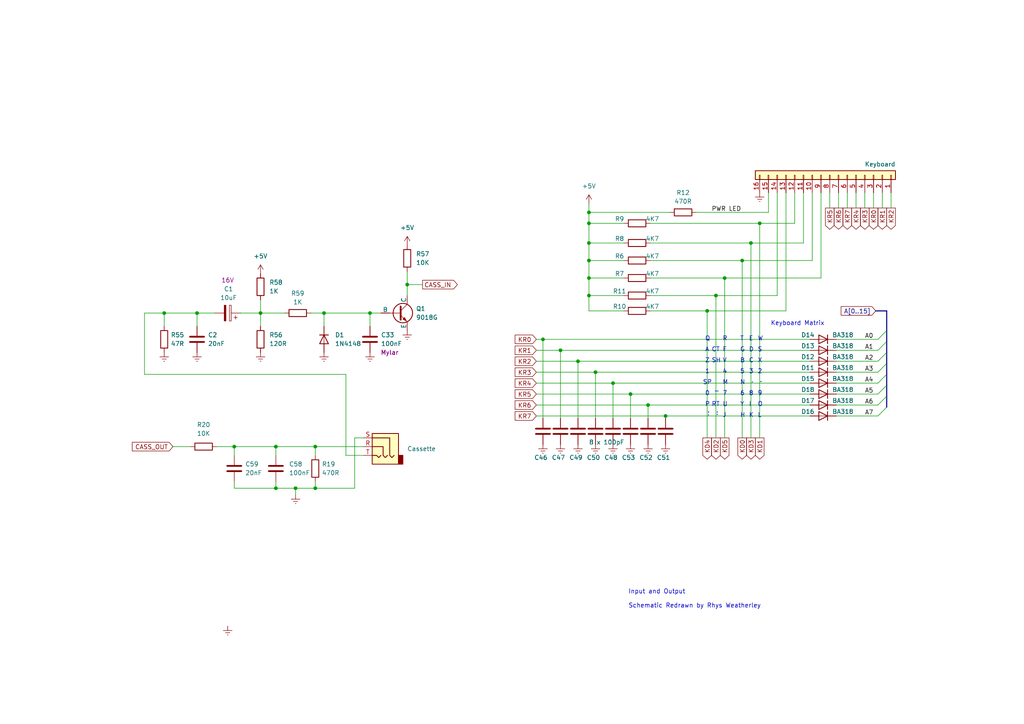
<source format=kicad_sch>
(kicad_sch (version 20230121) (generator eeschema)
  (paper "A4")
  (title_block (title "VZ300 Computer") (date "1985") (rev "1"))
  (lib_symbols
    (symbol "Connector_Audio:AudioJack3"
      (property "Reference" "J" (at 0 8.89 0))
      (property "Value" "AudioJack3" (at 0 6.35 0))
      (symbol "AudioJack3_0_1"
        (rectangle (start -5.08 -5.08) (end -6.35 -2.54) (stroke (width 0.254)) (fill (type outline)))
        (polyline (pts (xy 0 -2.54) (xy 0.635 -3.175) (xy 1.27 -2.54) (xy 2.54 -2.54)) (stroke (width 0.254)))
        (polyline (pts (xy -1.905 -2.54) (xy -1.27 -3.175) (xy -0.635 -2.54) (xy -0.635 0) (xy 2.54 0)) (stroke (width 0.254)))
        (polyline (pts (xy 2.54 2.54) (xy -2.54 2.54) (xy -2.54 -2.54) (xy -3.175 -3.175) (xy -3.81 -2.54)) (stroke (width 0.254)))
        (rectangle (start 2.54 3.81) (end -5.08 -5.08) (stroke (width 0.254)) (fill (type background)))
      )
      (symbol "AudioJack3_1_1"
        (pin passive line (at 5.08 0 180) (length 2.54) (name "~") (number "R"))
        (pin passive line (at 5.08 2.54 180) (length 2.54) (name "~") (number "S"))
        (pin passive line (at 5.08 -2.54 180) (length 2.54) (name "~") (number "T"))
      )
    )
    (symbol "Connector_Generic:Conn_01x16" (pin_names (offset 1.016) hide)
      (property "Reference" "J" (at 0 20.32 0))
      (property "Value" "Conn_01x16" (at 0 -22.86 0))
      (symbol "Conn_01x16_1_1"
        (rectangle (start -1.27 -20.193) (end 0 -20.447) (stroke (width 0.1524)))
        (rectangle (start -1.27 -17.653) (end 0 -17.907) (stroke (width 0.1524)))
        (rectangle (start -1.27 -15.113) (end 0 -15.367) (stroke (width 0.1524)))
        (rectangle (start -1.27 -12.573) (end 0 -12.827) (stroke (width 0.1524)))
        (rectangle (start -1.27 -10.033) (end 0 -10.287) (stroke (width 0.1524)))
        (rectangle (start -1.27 -7.493) (end 0 -7.747) (stroke (width 0.1524)))
        (rectangle (start -1.27 -4.953) (end 0 -5.207) (stroke (width 0.1524)))
        (rectangle (start -1.27 -2.413) (end 0 -2.667) (stroke (width 0.1524)))
        (rectangle (start -1.27 0.127) (end 0 -0.127) (stroke (width 0.1524)))
        (rectangle (start -1.27 2.667) (end 0 2.413) (stroke (width 0.1524)))
        (rectangle (start -1.27 5.207) (end 0 4.953) (stroke (width 0.1524)))
        (rectangle (start -1.27 7.747) (end 0 7.493) (stroke (width 0.1524)))
        (rectangle (start -1.27 10.287) (end 0 10.033) (stroke (width 0.1524)))
        (rectangle (start -1.27 12.827) (end 0 12.573) (stroke (width 0.1524)))
        (rectangle (start -1.27 15.367) (end 0 15.113) (stroke (width 0.1524)))
        (rectangle (start -1.27 17.907) (end 0 17.653) (stroke (width 0.1524)))
        (rectangle (start -1.27 19.05) (end 1.27 -21.59) (stroke (width 0.254)) (fill (type background)))
        (pin passive line (at -5.08 17.78 0) (length 3.81) (name "Pin_1") (number "1"))
        (pin passive line (at -5.08 -5.08 0) (length 3.81) (name "Pin_10") (number "10"))
        (pin passive line (at -5.08 -7.62 0) (length 3.81) (name "Pin_11") (number "11"))
        (pin passive line (at -5.08 -10.16 0) (length 3.81) (name "Pin_12") (number "12"))
        (pin passive line (at -5.08 -12.7 0) (length 3.81) (name "Pin_13") (number "13"))
        (pin passive line (at -5.08 -15.24 0) (length 3.81) (name "Pin_14") (number "14"))
        (pin passive line (at -5.08 -17.78 0) (length 3.81) (name "Pin_15") (number "15"))
        (pin passive line (at -5.08 -20.32 0) (length 3.81) (name "Pin_16") (number "16"))
        (pin passive line (at -5.08 15.24 0) (length 3.81) (name "Pin_2") (number "2"))
        (pin passive line (at -5.08 12.7 0) (length 3.81) (name "Pin_3") (number "3"))
        (pin passive line (at -5.08 10.16 0) (length 3.81) (name "Pin_4") (number "4"))
        (pin passive line (at -5.08 7.62 0) (length 3.81) (name "Pin_5") (number "5"))
        (pin passive line (at -5.08 5.08 0) (length 3.81) (name "Pin_6") (number "6"))
        (pin passive line (at -5.08 2.54 0) (length 3.81) (name "Pin_7") (number "7"))
        (pin passive line (at -5.08 0 0) (length 3.81) (name "Pin_8") (number "8"))
        (pin passive line (at -5.08 -2.54 0) (length 3.81) (name "Pin_9") (number "9"))
      )
    )
    (symbol "Device:C" (pin_numbers hide) (pin_names (offset 0.254))
      (property "Reference" "C" (at 0.635 2.54 0))
      (property "Value" "C" (at 0.635 -2.54 0))
      (symbol "C_0_1"
        (polyline (pts (xy -2.032 -0.762) (xy 2.032 -0.762)) (stroke (width 0.508)))
        (polyline (pts (xy -2.032 0.762) (xy 2.032 0.762)) (stroke (width 0.508)))
      )
      (symbol "C_1_1"
        (pin passive line (at 0 3.81 270) (length 2.794) (name "~") (number "1"))
        (pin passive line (at 0 -3.81 90) (length 2.794) (name "~") (number "2"))
      )
    )
    (symbol "Device:C_Polarized" (pin_numbers hide) (pin_names (offset 0.254))
      (property "Reference" "C" (at 0.635 2.54 0))
      (property "Value" "C_Polarized" (at 0.635 -2.54 0))
      (symbol "C_Polarized_0_1"
        (rectangle (start -2.286 0.508) (end 2.286 1.016))
        (polyline (pts (xy -1.778 2.286) (xy -0.762 2.286)))
        (polyline (pts (xy -1.27 2.794) (xy -1.27 1.778)))
        (rectangle (start 2.286 -0.508) (end -2.286 -1.016) (fill (type outline)))
      )
      (symbol "C_Polarized_1_1"
        (pin passive line (at 0 3.81 270) (length 2.794) (name "~") (number "1"))
        (pin passive line (at 0 -3.81 90) (length 2.794) (name "~") (number "2"))
      )
    )
    (symbol "Device:R" (pin_numbers hide) (pin_names (offset 0))
      (property "Reference" "R" (at 2.032 0 90))
      (property "Value" "R" (at 0 0 90))
      (symbol "R_0_1"
        (rectangle (start -1.016 -2.54) (end 1.016 2.54) (stroke (width 0.254)))
      )
      (symbol "R_1_1"
        (pin passive line (at 0 3.81 270) (length 1.27) (name "~") (number "1"))
        (pin passive line (at 0 -3.81 90) (length 1.27) (name "~") (number "2"))
      )
    )
    (symbol "Diode:1N4148" (pin_numbers hide) (pin_names hide)
      (property "Reference" "D" (at 0 2.54 0))
      (property "Value" "1N4148" (at 0 -2.54 0))
      (symbol "1N4148_0_1"
        (polyline (pts (xy -1.27 1.27) (xy -1.27 -1.27)) (stroke (width 0.254)))
        (polyline (pts (xy 1.27 0) (xy -1.27 0)))
        (polyline (pts (xy 1.27 1.27) (xy 1.27 -1.27) (xy -1.27 0) (xy 1.27 1.27)) (stroke (width 0.254)))
      )
      (symbol "1N4148_1_1"
        (pin passive line (at -3.81 0 0) (length 2.54) (name "K") (number "1"))
        (pin passive line (at 3.81 0 180) (length 2.54) (name "A") (number "2"))
      )
    )
    (symbol "Simulation_SPICE:NPN" (pin_numbers hide) (pin_names (offset 0))
      (property "Reference" "Q" (at -2.54 7.62 0))
      (property "Value" "NPN" (at -2.54 5.08 0))
      (symbol "NPN_0_1"
        (polyline (pts (xy -2.54 0) (xy 0.635 0)) (stroke (width 0.1524)))
        (polyline (pts (xy 0.635 0.635) (xy 2.54 2.54)))
        (polyline (pts (xy 2.794 -1.27) (xy 2.794 -1.27)) (stroke (width 0.1524)))
        (polyline (pts (xy 2.794 -1.27) (xy 2.794 -1.27)) (stroke (width 0.1524)))
        (polyline (pts (xy 0.635 -0.635) (xy 2.54 -2.54) (xy 2.54 -2.54)))
        (polyline (pts (xy 0.635 1.905) (xy 0.635 -1.905) (xy 0.635 -1.905)) (stroke (width 0.508)))
        (polyline (pts (xy 1.27 -1.778) (xy 1.778 -1.27) (xy 2.286 -2.286) (xy 1.27 -1.778) (xy 1.27 -1.778)) (fill (type outline)))
        (circle (center 1.27 0) (radius 2.8194) (stroke (width 0.254)))
      )
      (symbol "NPN_1_1"
        (pin open_collector line (at 2.54 5.08 270) (length 2.54) (name "C") (number "1"))
        (pin input line (at -5.08 0 0) (length 2.54) (name "B") (number "2"))
        (pin open_emitter line (at 2.54 -5.08 90) (length 2.54) (name "E") (number "3"))
      )
    )
    (symbol "power:+5V" (power) (pin_names (offset 0))
      (property "Value" "+5V" (at 0 3.556 0))
      (symbol "+5V_0_1"
        (polyline (pts (xy -0.762 1.27) (xy 0 2.54)))
        (polyline (pts (xy 0 0) (xy 0 2.54)))
        (polyline (pts (xy 0 2.54) (xy 0.762 1.27)))
      )
      (symbol "+5V_1_1"
        (pin power_in line (at 0 0 90) (length 0) hide (name "+5V") (number "1"))
      )
    )
    (symbol "power:Earth" (power) (pin_names (offset 0))
      (symbol "Earth_0_1"
        (polyline (pts (xy -0.635 -1.905) (xy 0.635 -1.905)))
        (polyline (pts (xy -0.127 -2.54) (xy 0.127 -2.54)))
        (polyline (pts (xy 0 -1.27) (xy 0 0)))
        (polyline (pts (xy 1.27 -1.27) (xy -1.27 -1.27)))
      )
      (symbol "Earth_1_1"
        (pin power_in line (at 0 0 270) (length 0) hide (name "Earth") (number "1"))
      )
    )
  )
  (junction (at 167.64 104.775))
  (junction (at 47.625 90.805))
  (junction (at 193.04 120.65))
  (junction (at 215.265 75.565))
  (junction (at 91.44 141.605))
  (junction (at 93.98 90.805))
  (junction (at 217.805 70.485))
  (junction (at 220.345 64.77))
  (junction (at 118.11 82.55))
  (junction (at 107.315 90.805))
  (junction (at 170.815 64.77))
  (junction (at 170.815 80.645))
  (junction (at 172.72 107.95))
  (junction (at 170.815 85.725))
  (junction (at 157.48 98.425))
  (junction (at 75.565 90.805))
  (junction (at 210.185 80.645))
  (junction (at 91.44 129.54))
  (junction (at 177.8 111.125))
  (junction (at 57.15 90.805))
  (junction (at 80.01 129.54))
  (junction (at 170.815 75.565))
  (junction (at 187.96 117.475))
  (junction (at 67.945 129.54))
  (junction (at 207.645 85.725))
  (junction (at 80.01 141.605))
  (junction (at 162.56 101.6))
  (junction (at 170.815 61.595))
  (junction (at 85.725 141.605))
  (junction (at 205.105 90.17))
  (junction (at 182.88 114.3))
  (junction (at 170.815 70.485))
  (bus_entry (at 254.635 98.425) (size 2.54 -2.54))
  (bus_entry (at 254.635 114.3) (size 2.54 -2.54))
  (bus_entry (at 254.635 104.775) (size 2.54 -2.54))
  (bus_entry (at 254.635 111.125) (size 2.54 -2.54))
  (bus_entry (at 254.635 107.95) (size 2.54 -2.54))
  (bus_entry (at 254.635 101.6) (size 2.54 -2.54))
  (bus_entry (at 254.635 120.65) (size 2.54 -2.54))
  (bus_entry (at 254.635 117.475) (size 2.54 -2.54))
  (wire (pts (xy 47.625 90.805) (xy 47.625 94.615)))
  (wire (pts (xy 170.815 75.565) (xy 170.815 80.645)))
  (wire (pts (xy 170.815 85.725) (xy 180.975 85.725)))
  (wire (pts (xy 210.185 80.645) (xy 210.185 127)))
  (wire (pts (xy 170.815 64.77) (xy 170.815 61.595)))
  (wire (pts (xy 188.595 90.17) (xy 205.105 90.17)))
  (wire (pts (xy 155.575 101.6) (xy 162.56 101.6)))
  (wire (pts (xy 85.725 141.605) (xy 91.44 141.605)))
  (wire (pts (xy 41.91 108.585) (xy 41.91 90.805)))
  (wire (pts (xy 105.41 132.08) (xy 100.33 132.08)))
  (wire (pts (xy 170.815 61.595) (xy 170.815 59.055)))
  (wire (pts (xy 235.585 75.565) (xy 215.265 75.565)))
  (bus (pts (xy 257.175 114.935) (xy 257.175 111.76)))
  (wire (pts (xy 75.565 90.805) (xy 75.565 94.615)))
  (wire (pts (xy 242.57 111.125) (xy 254.635 111.125)))
  (wire (pts (xy 188.595 75.565) (xy 215.265 75.565)))
  (wire (pts (xy 253.365 55.88) (xy 253.365 60.325)))
  (wire (pts (xy 217.805 70.485) (xy 217.805 127)))
  (wire (pts (xy 91.44 141.605) (xy 91.44 139.7)))
  (wire (pts (xy 155.575 114.3) (xy 182.88 114.3)))
  (wire (pts (xy 80.01 129.54) (xy 91.44 129.54)))
  (wire (pts (xy 67.945 141.605) (xy 80.01 141.605)))
  (wire (pts (xy 201.93 61.595) (xy 222.885 61.595)))
  (wire (pts (xy 170.815 70.485) (xy 170.815 75.565)))
  (wire (pts (xy 80.01 129.54) (xy 80.01 132.08)))
  (wire (pts (xy 170.815 80.645) (xy 180.975 80.645)))
  (wire (pts (xy 162.56 101.6) (xy 162.56 121.285)))
  (wire (pts (xy 245.745 55.88) (xy 245.745 60.325)))
  (wire (pts (xy 255.905 55.88) (xy 255.905 60.325)))
  (wire (pts (xy 233.045 70.485) (xy 217.805 70.485)))
  (bus (pts (xy 257.175 99.06) (xy 257.175 102.235)))
  (wire (pts (xy 205.105 90.17) (xy 205.105 127)))
  (wire (pts (xy 91.44 129.54) (xy 105.41 129.54)))
  (wire (pts (xy 187.96 117.475) (xy 234.95 117.475)))
  (wire (pts (xy 170.815 61.595) (xy 194.31 61.595)))
  (wire (pts (xy 91.44 129.54) (xy 91.44 132.08)))
  (wire (pts (xy 155.575 98.425) (xy 157.48 98.425)))
  (bus (pts (xy 257.175 90.17) (xy 257.175 95.885)))
  (bus (pts (xy 257.175 95.885) (xy 257.175 99.06)))
  (wire (pts (xy 170.815 70.485) (xy 180.975 70.485)))
  (wire (pts (xy 80.01 139.7) (xy 80.01 141.605)))
  (wire (pts (xy 177.8 111.125) (xy 177.8 121.285)))
  (wire (pts (xy 155.575 117.475) (xy 187.96 117.475)))
  (wire (pts (xy 227.965 90.17) (xy 205.105 90.17)))
  (bus (pts (xy 257.175 114.935) (xy 257.175 118.11)))
  (wire (pts (xy 227.965 55.88) (xy 227.965 90.17)))
  (wire (pts (xy 102.87 127) (xy 102.87 141.605)))
  (wire (pts (xy 235.585 55.88) (xy 235.585 75.565)))
  (wire (pts (xy 155.575 104.775) (xy 167.64 104.775)))
  (wire (pts (xy 170.815 85.725) (xy 170.815 90.17)))
  (wire (pts (xy 242.57 120.65) (xy 254.635 120.65)))
  (wire (pts (xy 215.265 75.565) (xy 215.265 127)))
  (wire (pts (xy 242.57 98.425) (xy 254.635 98.425)))
  (wire (pts (xy 225.425 55.88) (xy 225.425 85.725)))
  (wire (pts (xy 182.88 114.3) (xy 234.95 114.3)))
  (wire (pts (xy 47.625 90.805) (xy 57.15 90.805)))
  (wire (pts (xy 85.725 141.605) (xy 85.725 143.51)))
  (wire (pts (xy 67.945 129.54) (xy 80.01 129.54)))
  (wire (pts (xy 67.945 129.54) (xy 67.945 132.08)))
  (wire (pts (xy 41.91 90.805) (xy 47.625 90.805)))
  (wire (pts (xy 193.04 120.65) (xy 193.04 121.285)))
  (bus (pts (xy 257.175 90.17) (xy 254 90.17)))
  (wire (pts (xy 188.595 64.77) (xy 220.345 64.77)))
  (wire (pts (xy 155.575 111.125) (xy 177.8 111.125)))
  (wire (pts (xy 233.045 55.88) (xy 233.045 70.485)))
  (wire (pts (xy 157.48 98.425) (xy 157.48 121.285)))
  (wire (pts (xy 182.88 114.3) (xy 182.88 121.285)))
  (wire (pts (xy 248.285 55.88) (xy 248.285 60.325)))
  (wire (pts (xy 155.575 120.65) (xy 193.04 120.65)))
  (wire (pts (xy 240.665 55.88) (xy 240.665 60.325)))
  (wire (pts (xy 242.57 114.3) (xy 254.635 114.3)))
  (wire (pts (xy 243.205 55.88) (xy 243.205 60.325)))
  (wire (pts (xy 67.945 139.7) (xy 67.945 141.605)))
  (wire (pts (xy 93.98 90.805) (xy 107.315 90.805)))
  (wire (pts (xy 220.345 64.77) (xy 220.345 127)))
  (wire (pts (xy 225.425 85.725) (xy 207.645 85.725)))
  (wire (pts (xy 107.315 94.615) (xy 107.315 90.805)))
  (wire (pts (xy 242.57 107.95) (xy 254.635 107.95)))
  (wire (pts (xy 102.87 127) (xy 105.41 127)))
  (wire (pts (xy 80.01 141.605) (xy 85.725 141.605)))
  (wire (pts (xy 57.15 90.805) (xy 62.23 90.805)))
  (wire (pts (xy 172.72 107.95) (xy 234.95 107.95)))
  (wire (pts (xy 188.595 85.725) (xy 207.645 85.725)))
  (wire (pts (xy 102.87 141.605) (xy 91.44 141.605)))
  (wire (pts (xy 230.505 64.77) (xy 220.345 64.77)))
  (wire (pts (xy 188.595 80.645) (xy 210.185 80.645)))
  (wire (pts (xy 187.96 117.475) (xy 187.96 121.285)))
  (wire (pts (xy 242.57 117.475) (xy 254.635 117.475)))
  (wire (pts (xy 188.595 70.485) (xy 217.805 70.485)))
  (wire (pts (xy 100.33 108.585) (xy 100.33 132.08)))
  (wire (pts (xy 69.85 90.805) (xy 75.565 90.805)))
  (wire (pts (xy 107.315 90.805) (xy 110.49 90.805)))
  (wire (pts (xy 193.04 120.65) (xy 234.95 120.65)))
  (wire (pts (xy 100.33 108.585) (xy 41.91 108.585)))
  (wire (pts (xy 167.64 104.775) (xy 167.64 121.285)))
  (wire (pts (xy 180.975 90.17) (xy 170.815 90.17)))
  (wire (pts (xy 75.565 90.805) (xy 82.55 90.805)))
  (wire (pts (xy 177.8 111.125) (xy 234.95 111.125)))
  (wire (pts (xy 90.17 90.805) (xy 93.98 90.805)))
  (wire (pts (xy 167.64 104.775) (xy 234.95 104.775)))
  (wire (pts (xy 180.975 75.565) (xy 170.815 75.565)))
  (bus (pts (xy 257.175 105.41) (xy 257.175 108.585)))
  (wire (pts (xy 118.11 82.55) (xy 122.555 82.55)))
  (bus (pts (xy 257.175 102.235) (xy 257.175 105.41)))
  (wire (pts (xy 57.15 90.805) (xy 57.15 94.615)))
  (wire (pts (xy 118.11 82.55) (xy 118.11 85.725)))
  (wire (pts (xy 157.48 98.425) (xy 234.95 98.425)))
  (wire (pts (xy 50.165 129.54) (xy 55.245 129.54)))
  (wire (pts (xy 75.565 86.995) (xy 75.565 90.805)))
  (wire (pts (xy 258.445 55.88) (xy 258.445 60.325)))
  (wire (pts (xy 238.125 80.645) (xy 210.185 80.645)))
  (wire (pts (xy 170.815 70.485) (xy 170.815 64.77)))
  (wire (pts (xy 238.125 55.88) (xy 238.125 80.645)))
  (wire (pts (xy 172.72 107.95) (xy 172.72 121.285)))
  (wire (pts (xy 162.56 101.6) (xy 234.95 101.6)))
  (wire (pts (xy 155.575 107.95) (xy 172.72 107.95)))
  (wire (pts (xy 170.815 64.77) (xy 180.975 64.77)))
  (wire (pts (xy 222.885 61.595) (xy 222.885 55.88)))
  (wire (pts (xy 118.11 78.74) (xy 118.11 82.55)))
  (wire (pts (xy 230.505 55.88) (xy 230.505 64.77)))
  (wire (pts (xy 242.57 104.775) (xy 254.635 104.775)))
  (wire (pts (xy 170.815 80.645) (xy 170.815 85.725)))
  (bus (pts (xy 257.175 108.585) (xy 257.175 111.76)))
  (wire (pts (xy 62.865 129.54) (xy 67.945 129.54)))
  (wire (pts (xy 207.645 85.725) (xy 207.645 127)))
  (wire (pts (xy 242.57 101.6) (xy 254.635 101.6)))
  (wire (pts (xy 250.825 55.88) (xy 250.825 60.325)))
  (wire (pts (xy 93.98 90.805) (xy 93.98 94.615)))
  (text "C" (at 217.17 105.41 0) (effects (font (size 1.27 1.27)) (justify left bottom)))
  (text "I" (at 217.17 118.11 0) (effects (font (size 1.27 1.27)) (justify left bottom)))
  (text ":" (at 207.645 120.65 0) (effects (font (size 1.27 1.27)) (justify left bottom)))
  (text "N" (at 214.63 111.76 0) (effects (font (size 1.27 1.27)) (justify left bottom)))
  (text "G" (at 214.63 102.235 0) (effects (font (size 1.27 1.27)) (justify left bottom)))
  (text "RT" (at 206.375 118.11 0) (effects (font (size 1.27 1.27)) (justify left bottom)))
  (text "K" (at 217.17 121.285 0) (effects (font (size 1.27 1.27)) (justify left bottom)))
  (text "U" (at 209.55 118.11 0) (effects (font (size 1.27 1.27)) (justify left bottom)))
  (text "S" (at 219.71 102.235 0) (effects (font (size 1.27 1.27)) (justify left bottom)))
  (text "H" (at 214.63 121.285 0) (effects (font (size 1.27 1.27)) (justify left bottom)))
  (text "8" (at 217.17 114.935 0) (effects (font (size 1.27 1.27)) (justify left bottom)))
  (text "-" (at 207.01 114.3 0) (effects (font (size 1.27 1.27)) (justify left bottom)))
  (text "5" (at 214.63 108.585 0) (effects (font (size 1.27 1.27)) (justify left bottom)))
  (text "6" (at 214.63 114.935 0) (effects (font (size 1.27 1.27)) (justify left bottom)))
  (text "Z" (at 204.47 105.41 0) (effects (font (size 1.27 1.27)) (justify left bottom)))
  (text "2" (at 219.71 108.585 0) (effects (font (size 1.27 1.27)) (justify left bottom)))
  (text "CT" (at 206.375 102.235 0) (effects (font (size 1.27 1.27)) (justify left bottom)))
  (text "P" (at 204.47 118.11 0) (effects (font (size 1.27 1.27)) (justify left bottom)))
  (text "O" (at 219.71 118.11 0) (effects (font (size 1.27 1.27)) (justify left bottom)))
  (text "E" (at 217.17 99.06 0) (effects (font (size 1.27 1.27)) (justify left bottom)))
  (text ";" (at 205.105 120.65 0) (effects (font (size 1.27 1.27)) (justify left bottom)))
  (text "Q" (at 204.47 99.06 0) (effects (font (size 1.27 1.27)) (justify left bottom)))
  (text "A" (at 204.47 102.235 0) (effects (font (size 1.27 1.27)) (justify left bottom)))
  (text "Input and Output\n\nSchematic Redrawn by Rhys Weatherley" (at 182.245 176.53 0) (effects (font (size 1.27 1.27)) (justify left bottom)))
  (text "W" (at 219.71 99.06 0) (effects (font (size 1.27 1.27)) (justify left bottom)))
  (text "SH" (at 206.375 105.41 0) (effects (font (size 1.27 1.27)) (justify left bottom)))
  (text "7" (at 209.55 114.935 0) (effects (font (size 1.27 1.27)) (justify left bottom)))
  (text "3" (at 217.17 108.585 0) (effects (font (size 1.27 1.27)) (justify left bottom)))
  (text "J" (at 209.55 121.285 0) (effects (font (size 1.27 1.27)) (justify left bottom)))
  (text "SP" (at 203.835 111.76 0) (effects (font (size 1.27 1.27)) (justify left bottom)))
  (text "0" (at 204.47 114.935 0) (effects (font (size 1.27 1.27)) (justify left bottom)))
  (text "D" (at 217.17 102.235 0) (effects (font (size 1.27 1.27)) (justify left bottom)))
  (text "L" (at 219.71 121.285 0) (effects (font (size 1.27 1.27)) (justify left bottom)))
  (text "Y" (at 214.63 118.11 0) (effects (font (size 1.27 1.27)) (justify left bottom)))
  (text "." (at 220.345 111.125 0) (effects (font (size 1.27 1.27)) (justify left bottom)))
  (text "Keyboard Matrix" (at 223.52 94.615 0) (effects (font (size 1.27 1.27)) (justify left bottom)))
  (text "M" (at 209.55 111.76 0) (effects (font (size 1.27 1.27)) (justify left bottom)))
  (text "V" (at 209.55 105.41 0) (effects (font (size 1.27 1.27)) (justify left bottom)))
  (text "1" (at 204.47 108.585 0) (effects (font (size 1.27 1.27)) (justify left bottom)))
  (text "9" (at 219.71 114.935 0) (effects (font (size 1.27 1.27)) (justify left bottom)))
  (text "F" (at 209.55 102.235 0) (effects (font (size 1.27 1.27)) (justify left bottom)))
  (text "T" (at 214.63 99.06 0) (effects (font (size 1.27 1.27)) (justify left bottom)))
  (text "," (at 217.805 111.125 0) (effects (font (size 1.27 1.27)) (justify left bottom)))
  (text "R" (at 209.55 99.06 0) (effects (font (size 1.27 1.27)) (justify left bottom)))
  (text "X" (at 219.71 105.41 0) (effects (font (size 1.27 1.27)) (justify left bottom)))
  (text "4" (at 209.55 108.585 0) (effects (font (size 1.27 1.27)) (justify left bottom)))
  (text "B" (at 214.63 105.41 0) (effects (font (size 1.27 1.27)) (justify left bottom)))
  (label "A4" (at 250.825 111.125 0))
  (label "A1" (at 250.825 101.6 0))
  (label "A2" (at 250.825 104.775 0))
  (label "A5" (at 250.825 114.3 0))
  (label "PWR LED" (at 206.375 61.595 0))
  (label "A6" (at 250.825 117.475 0))
  (label "A0" (at 250.825 98.425 0))
  (label "A7" (at 250.825 120.65 0))
  (label "A3" (at 250.825 107.95 0))
  (global_label "KR5" (shape output) (at 240.665 60.325 270) (property "Intersheetrefs" "${INTERSHEET_REFS}" (effects hide)))
  (global_label "KR6" (shape input) (at 155.575 117.475 180) (property "Intersheetrefs" "${INTERSHEET_REFS}" (effects hide)))
  (global_label "KD3" (shape output) (at 217.805 127 270) (property "Intersheetrefs" "${INTERSHEET_REFS}" (effects hide)))
  (global_label "KR4" (shape input) (at 155.575 111.125 180) (property "Intersheetrefs" "${INTERSHEET_REFS}" (effects hide)))
  (global_label "KR2" (shape input) (at 155.575 104.775 180) (property "Intersheetrefs" "${INTERSHEET_REFS}" (effects hide)))
  (global_label "A[0..15]" (shape input) (at 254 90.17 180) (property "Intersheetrefs" "${INTERSHEET_REFS}" (effects hide)))
  (global_label "KR3" (shape output) (at 250.825 60.325 270) (property "Intersheetrefs" "${INTERSHEET_REFS}" (effects hide)))
  (global_label "KR3" (shape input) (at 155.575 107.95 180) (property "Intersheetrefs" "${INTERSHEET_REFS}" (effects hide)))
  (global_label "KD0" (shape output) (at 215.265 127 270) (property "Intersheetrefs" "${INTERSHEET_REFS}" (effects hide)))
  (global_label "KR7" (shape input) (at 155.575 120.65 180) (property "Intersheetrefs" "${INTERSHEET_REFS}" (effects hide)))
  (global_label "KR4" (shape output) (at 248.285 60.325 270) (property "Intersheetrefs" "${INTERSHEET_REFS}" (effects hide)))
  (global_label "KR1" (shape output) (at 255.905 60.325 270) (property "Intersheetrefs" "${INTERSHEET_REFS}" (effects hide)))
  (global_label "CASS_OUT" (shape input) (at 50.165 129.54 180) (property "Intersheetrefs" "${INTERSHEET_REFS}" (effects hide)))
  (global_label "KD2" (shape output) (at 207.645 127 270) (property "Intersheetrefs" "${INTERSHEET_REFS}" (effects hide)))
  (global_label "KR6" (shape output) (at 243.205 60.325 270) (property "Intersheetrefs" "${INTERSHEET_REFS}" (effects hide)))
  (global_label "KR7" (shape output) (at 245.745 60.325 270) (property "Intersheetrefs" "${INTERSHEET_REFS}" (effects hide)))
  (global_label "KR1" (shape input) (at 155.575 101.6 180) (property "Intersheetrefs" "${INTERSHEET_REFS}" (effects hide)))
  (global_label "KD5" (shape output) (at 210.185 127 270) (property "Intersheetrefs" "${INTERSHEET_REFS}" (effects hide)))
  (global_label "KR5" (shape input) (at 155.575 114.3 180) (property "Intersheetrefs" "${INTERSHEET_REFS}" (effects hide)))
  (global_label "KR2" (shape output) (at 258.445 60.325 270) (property "Intersheetrefs" "${INTERSHEET_REFS}" (effects hide)))
  (global_label "KD1" (shape output) (at 220.345 127 270) (property "Intersheetrefs" "${INTERSHEET_REFS}" (effects hide)))
  (global_label "KD4" (shape output) (at 205.105 127 270) (property "Intersheetrefs" "${INTERSHEET_REFS}" (effects hide)))
  (global_label "KR0" (shape output) (at 253.365 60.325 270) (property "Intersheetrefs" "${INTERSHEET_REFS}" (effects hide)))
  (global_label "KR0" (shape input) (at 155.575 98.425 180) (property "Intersheetrefs" "${INTERSHEET_REFS}" (effects hide)))
  (global_label "CASS_IN" (shape output) (at 122.555 82.55 0) (property "Intersheetrefs" "${INTERSHEET_REFS}" (effects hide)))
  (symbol (lib_id "power:+5V") (at 170.815 59.055 0) (unit 1)
    (property "Reference" "#PWR033" (effects hide))
    (property "Value" "+5V" (at 170.815 53.975 0))
  )
  (symbol (lib_id "Device:R") (at 184.785 75.565 90) (unit 1)
    (property "Reference" "R6" (at 179.705 74.295 90))
    (property "Value" "4K7" (at 189.23 74.295 90))
    (property "Footprint" "Resistor_THT:R_Axial_DIN0207_L6.3mm_D2.5mm_P7.62mm_Horizontal" (effects hide))
  )
  (symbol (lib_id "Device:C") (at 172.72 125.095 0) (unit 1)
    (property "Reference" "C50" (at 170.18 132.715 0) (effects (justify left)))
    (property "Value" "100pF" (effects hide))
    (property "Footprint" "Capacitor_THT:C_Disc_D5.0mm_W2.5mm_P5.00mm" (effects hide))
  )
  (symbol (lib_id "Device:R") (at 198.12 61.595 90) (unit 1)
    (property "Reference" "R12" (at 198.12 55.88 90))
    (property "Value" "470R" (at 198.12 58.42 90))
    (property "Footprint" "Resistor_THT:R_Axial_DIN0207_L6.3mm_D2.5mm_P7.62mm_Horizontal" (effects hide))
  )
  (symbol (lib_id "Diode:1N4148") (at 238.76 107.95 180) (unit 1)
    (property "Reference" "D11" (at 234.315 106.68 0))
    (property "Value" "BA318" (at 244.475 106.68 0))
    (property "Footprint" "Diode_THT:D_DO-35_SOD27_P7.62mm_Horizontal" (effects hide))
    (property "Datasheet" "https://assets.nexperia.com/documents/data-sheet/1N4148_1N4448.pdf" (effects hide))
    (property "Sim.Device" "D" (effects hide))
    (property "Sim.Pins" "1=K 2=A" (effects hide))
  )
  (symbol (lib_id "Connector_Generic:Conn_01x16") (at 240.665 50.8 270) (mirror x) (unit 1)
    (property "Reference" "J903" (effects hide))
    (property "Value" "Keyboard" (at 255.27 47.625 90))
    (property "Footprint" "Connector_PinHeader_2.54mm:PinHeader_1x16_P2.54mm_Vertical" (effects hide))
  )
  (symbol (lib_id "power:Earth") (at 93.98 102.235 0) (unit 1)
    (property "Reference" "#PWR043" (effects hide))
    (property "Value" "Earth" (effects hide))
  )
  (symbol (lib_id "Simulation_SPICE:NPN") (at 115.57 90.805 0) (unit 1)
    (property "Reference" "Q1" (at 120.65 89.535 0) (effects (justify left)))
    (property "Value" "9018G" (at 120.65 92.075 0) (effects (justify left)))
    (property "Footprint" "Package_TO_SOT_THT:TO-92_Inline_Wide" (effects hide))
    (property "Sim.Device" "NPN" (effects hide))
    (property "Sim.Type" "GUMMELPOON" (effects hide))
    (property "Sim.Pins" "1=C 2=B 3=E" (effects hide))
  )
  (symbol (lib_id "power:Earth") (at 182.88 128.905 0) (unit 1)
    (property "Reference" "#PWR0140" (effects hide))
    (property "Value" "Earth" (effects hide))
  )
  (symbol (lib_id "Device:C_Polarized") (at 66.04 90.805 270) (mirror x) (unit 1)
    (property "Reference" "C1" (at 66.294 83.82 90))
    (property "Value" "10uF" (at 66.294 86.36 90))
    (property "Rating" "16V" (at 66.04 81.28 90))
  )
  (symbol (lib_id "power:Earth") (at 85.725 143.51 0) (unit 1)
    (property "Reference" "#PWR038" (effects hide))
    (property "Value" "Earth" (effects hide))
  )
  (symbol (lib_id "power:Earth") (at 47.625 102.235 0) (unit 1)
    (property "Reference" "#PWR040" (effects hide))
    (property "Value" "Earth" (effects hide))
  )
  (symbol (lib_id "Device:R") (at 59.055 129.54 90) (unit 1)
    (property "Reference" "R20" (at 59.055 123.19 90))
    (property "Value" "10K" (at 59.055 125.73 90))
    (property "Footprint" "Resistor_THT:R_Axial_DIN0207_L6.3mm_D2.5mm_P7.62mm_Horizontal" (effects hide))
  )
  (symbol (lib_id "Diode:1N4148") (at 238.76 120.65 180) (unit 1)
    (property "Reference" "D16" (at 234.315 119.38 0))
    (property "Value" "BA318" (at 244.475 119.38 0))
    (property "Footprint" "Diode_THT:D_DO-35_SOD27_P7.62mm_Horizontal" (effects hide))
    (property "Datasheet" "https://assets.nexperia.com/documents/data-sheet/1N4148_1N4448.pdf" (effects hide))
    (property "Sim.Device" "D" (effects hide))
    (property "Sim.Pins" "1=K 2=A" (effects hide))
  )
  (symbol (lib_id "Device:C") (at 193.04 125.095 0) (unit 1)
    (property "Reference" "C51" (at 190.5 132.715 0) (effects (justify left)))
    (property "Value" "100pF" (effects hide))
    (property "Footprint" "Capacitor_THT:C_Disc_D5.0mm_W2.5mm_P5.00mm" (effects hide))
  )
  (symbol (lib_id "power:+5V") (at 118.11 71.12 0) (unit 1)
    (property "Reference" "#PWR045" (effects hide))
    (property "Value" "+5V" (at 118.11 66.04 0))
  )
  (symbol (lib_id "Diode:1N4148") (at 238.76 111.125 180) (unit 1)
    (property "Reference" "D15" (at 234.315 109.855 0))
    (property "Value" "BA318" (at 244.475 109.855 0))
    (property "Footprint" "Diode_THT:D_DO-35_SOD27_P7.62mm_Horizontal" (effects hide))
    (property "Datasheet" "https://assets.nexperia.com/documents/data-sheet/1N4148_1N4448.pdf" (effects hide))
    (property "Sim.Device" "D" (effects hide))
    (property "Sim.Pins" "1=K 2=A" (effects hide))
  )
  (symbol (lib_id "Diode:1N4148") (at 238.76 98.425 180) (unit 1)
    (property "Reference" "D14" (at 234.315 97.155 0))
    (property "Value" "BA318" (at 244.475 97.155 0))
    (property "Footprint" "Diode_THT:D_DO-35_SOD27_P7.62mm_Horizontal" (effects hide))
    (property "Datasheet" "https://assets.nexperia.com/documents/data-sheet/1N4148_1N4448.pdf" (effects hide))
    (property "Sim.Device" "D" (effects hide))
    (property "Sim.Pins" "1=K 2=A" (effects hide))
  )
  (symbol (lib_id "Device:R") (at 47.625 98.425 0) (unit 1)
    (property "Reference" "R55" (at 49.53 97.155 0) (effects (justify left)))
    (property "Value" "47R" (at 49.53 99.695 0) (effects (justify left)))
    (property "Footprint" "Resistor_THT:R_Axial_DIN0207_L6.3mm_D2.5mm_P7.62mm_Horizontal" (effects hide))
  )
  (symbol (lib_id "Device:C") (at 177.8 125.095 0) (unit 1)
    (property "Reference" "C48" (at 175.26 132.715 0) (effects (justify left)))
    (property "Value" "100pF" (effects hide))
    (property "Footprint" "Capacitor_THT:C_Disc_D5.0mm_W2.5mm_P5.00mm" (effects hide))
  )
  (symbol (lib_id "power:Earth") (at 157.48 128.905 0) (unit 1)
    (property "Reference" "#PWR0135" (effects hide))
    (property "Value" "Earth" (effects hide))
  )
  (symbol (lib_id "power:Earth") (at 193.04 128.905 0) (unit 1)
    (property "Reference" "#PWR0142" (effects hide))
    (property "Value" "Earth" (effects hide))
  )
  (symbol (lib_id "Device:C") (at 187.96 125.095 0) (unit 1)
    (property "Reference" "C52" (at 185.42 132.715 0) (effects (justify left)))
    (property "Value" "100pF" (effects hide))
    (property "Footprint" "Capacitor_THT:C_Disc_D5.0mm_W2.5mm_P5.00mm" (effects hide))
  )
  (symbol (lib_id "Device:C") (at 162.56 125.095 0) (unit 1)
    (property "Reference" "C47" (at 160.02 132.715 0) (effects (justify left)))
    (property "Value" "100pF" (effects hide))
    (property "Footprint" "Capacitor_THT:C_Disc_D5.0mm_W2.5mm_P5.00mm" (effects hide))
  )
  (symbol (lib_id "Device:R") (at 184.785 90.17 90) (unit 1)
    (property "Reference" "R10" (at 179.705 88.9 90))
    (property "Value" "4K7" (at 189.23 88.9 90))
    (property "Footprint" "Resistor_THT:R_Axial_DIN0207_L6.3mm_D2.5mm_P7.62mm_Horizontal" (effects hide))
  )
  (symbol (lib_id "Device:C") (at 157.48 125.095 0) (unit 1)
    (property "Reference" "C46" (at 154.94 132.715 0) (effects (justify left)))
    (property "Value" "8 x 100pF" (at 170.815 128.27 0) (effects (justify left)))
    (property "Footprint" "Capacitor_THT:C_Disc_D5.0mm_W2.5mm_P5.00mm" (effects hide))
  )
  (symbol (lib_id "Diode:1N4148") (at 238.76 101.6 180) (unit 1)
    (property "Reference" "D13" (at 234.315 100.33 0))
    (property "Value" "BA318" (at 244.475 100.33 0))
    (property "Footprint" "Diode_THT:D_DO-35_SOD27_P7.62mm_Horizontal" (effects hide))
    (property "Datasheet" "https://assets.nexperia.com/documents/data-sheet/1N4148_1N4448.pdf" (effects hide))
    (property "Sim.Device" "D" (effects hide))
    (property "Sim.Pins" "1=K 2=A" (effects hide))
  )
  (symbol (lib_id "power:Earth") (at 167.64 128.905 0) (unit 1)
    (property "Reference" "#PWR0137" (effects hide))
    (property "Value" "Earth" (effects hide))
  )
  (symbol (lib_id "power:Earth") (at 187.96 128.905 0) (unit 1)
    (property "Reference" "#PWR0141" (effects hide))
    (property "Value" "Earth" (effects hide))
  )
  (symbol (lib_id "power:Earth") (at 220.345 55.88 0) (unit 1)
    (property "Reference" "#PWR0134" (effects hide))
    (property "Value" "Earth" (effects hide))
  )
  (symbol (lib_id "Device:R") (at 184.785 64.77 90) (unit 1)
    (property "Reference" "R9" (at 179.705 63.5 90))
    (property "Value" "4K7" (at 189.23 63.5 90))
    (property "Footprint" "Resistor_THT:R_Axial_DIN0207_L6.3mm_D2.5mm_P7.62mm_Horizontal" (effects hide))
  )
  (symbol (lib_id "power:Earth") (at 118.11 95.885 0) (unit 1)
    (property "Reference" "#PWR044" (effects hide))
    (property "Value" "Earth" (effects hide))
  )
  (symbol (lib_id "power:Earth") (at 66.04 181.61 0) (unit 1)
    (property "Reference" "#PWR036" (effects hide))
    (property "Value" "Earth" (effects hide))
  )
  (symbol (lib_id "Device:C") (at 80.01 135.89 0) (unit 1)
    (property "Reference" "C58" (at 83.82 134.62 0) (effects (justify left)))
    (property "Value" "100nF" (at 83.82 137.16 0) (effects (justify left)))
  )
  (symbol (lib_id "Device:R") (at 75.565 83.185 0) (unit 1)
    (property "Reference" "R58" (at 78.105 81.915 0) (effects (justify left)))
    (property "Value" "1K" (at 78.105 84.455 0) (effects (justify left)))
    (property "Footprint" "Resistor_THT:R_Axial_DIN0207_L6.3mm_D2.5mm_P7.62mm_Horizontal" (effects hide))
  )
  (symbol (lib_id "Device:R") (at 86.36 90.805 90) (unit 1)
    (property "Reference" "R59" (at 86.36 85.09 90))
    (property "Value" "1K" (at 86.36 87.63 90))
    (property "Footprint" "Resistor_THT:R_Axial_DIN0207_L6.3mm_D2.5mm_P7.62mm_Horizontal" (effects hide))
  )
  (symbol (lib_id "power:Earth") (at 75.565 102.235 0) (unit 1)
    (property "Reference" "#PWR041" (effects hide))
    (property "Value" "Earth" (effects hide))
  )
  (symbol (lib_id "power:Earth") (at 57.15 102.235 0) (unit 1)
    (property "Reference" "#PWR027" (effects hide))
    (property "Value" "Earth" (effects hide))
  )
  (symbol (lib_id "Device:C") (at 167.64 125.095 0) (unit 1)
    (property "Reference" "C49" (at 165.1 132.715 0) (effects (justify left)))
    (property "Value" "100pF" (effects hide))
    (property "Footprint" "Capacitor_THT:C_Disc_D5.0mm_W2.5mm_P5.00mm" (effects hide))
  )
  (symbol (lib_id "power:Earth") (at 177.8 128.905 0) (unit 1)
    (property "Reference" "#PWR0139" (effects hide))
    (property "Value" "Earth" (effects hide))
  )
  (symbol (lib_id "power:Earth") (at 107.315 102.235 0) (unit 1)
    (property "Reference" "#PWR028" (effects hide))
    (property "Value" "Earth" (effects hide))
  )
  (symbol (lib_id "Diode:1N4148") (at 238.76 114.3 180) (unit 1)
    (property "Reference" "D18" (at 234.315 113.03 0))
    (property "Value" "BA318" (at 244.475 113.03 0))
    (property "Footprint" "Diode_THT:D_DO-35_SOD27_P7.62mm_Horizontal" (effects hide))
    (property "Datasheet" "https://assets.nexperia.com/documents/data-sheet/1N4148_1N4448.pdf" (effects hide))
    (property "Sim.Device" "D" (effects hide))
    (property "Sim.Pins" "1=K 2=A" (effects hide))
  )
  (symbol (lib_id "Device:C") (at 107.315 98.425 0) (unit 1)
    (property "Reference" "C33" (at 110.49 97.155 0) (effects (justify left)))
    (property "Value" "100nF" (at 110.49 99.695 0) (effects (justify left)))
    (property "Type" "Mylar" (at 113.03 102.235 0))
  )
  (symbol (lib_id "Device:R") (at 75.565 98.425 0) (unit 1)
    (property "Reference" "R56" (at 78.105 97.155 0) (effects (justify left)))
    (property "Value" "120R" (at 78.105 99.695 0) (effects (justify left)))
    (property "Footprint" "Resistor_THT:R_Axial_DIN0207_L6.3mm_D2.5mm_P7.62mm_Horizontal" (effects hide))
  )
  (symbol (lib_id "Diode:1N4148") (at 93.98 98.425 270) (unit 1)
    (property "Reference" "D1" (at 97.155 97.155 90) (effects (justify left)))
    (property "Value" "1N4148" (at 97.155 99.695 90) (effects (justify left)))
    (property "Footprint" "Diode_THT:D_DO-35_SOD27_P7.62mm_Horizontal" (effects hide))
    (property "Datasheet" "https://assets.nexperia.com/documents/data-sheet/1N4148_1N4448.pdf" (effects hide))
    (property "Sim.Device" "D" (effects hide))
    (property "Sim.Pins" "1=K 2=A" (effects hide))
  )
  (symbol (lib_id "Device:R") (at 184.785 85.725 90) (unit 1)
    (property "Reference" "R11" (at 179.705 84.455 90))
    (property "Value" "4K7" (at 189.23 84.455 90))
    (property "Footprint" "Resistor_THT:R_Axial_DIN0207_L6.3mm_D2.5mm_P7.62mm_Horizontal" (effects hide))
  )
  (symbol (lib_id "Device:C") (at 57.15 98.425 0) (unit 1)
    (property "Reference" "C2" (at 60.325 97.155 0) (effects (justify left)))
    (property "Value" "20nF" (at 60.325 99.695 0) (effects (justify left)))
  )
  (symbol (lib_id "Diode:1N4148") (at 238.76 104.775 180) (unit 1)
    (property "Reference" "D12" (at 234.315 103.505 0))
    (property "Value" "BA318" (at 244.475 103.505 0))
    (property "Footprint" "Diode_THT:D_DO-35_SOD27_P7.62mm_Horizontal" (effects hide))
    (property "Datasheet" "https://assets.nexperia.com/documents/data-sheet/1N4148_1N4448.pdf" (effects hide))
    (property "Sim.Device" "D" (effects hide))
    (property "Sim.Pins" "1=K 2=A" (effects hide))
  )
  (symbol (lib_id "power:+5V") (at 75.565 79.375 0) (unit 1)
    (property "Reference" "#PWR042" (effects hide))
    (property "Value" "+5V" (at 75.565 74.295 0))
  )
  (symbol (lib_id "Device:R") (at 184.785 70.485 90) (unit 1)
    (property "Reference" "R8" (at 179.705 69.215 90))
    (property "Value" "4K7" (at 189.23 69.215 90))
    (property "Footprint" "Resistor_THT:R_Axial_DIN0207_L6.3mm_D2.5mm_P7.62mm_Horizontal" (effects hide))
  )
  (symbol (lib_id "power:Earth") (at 162.56 128.905 0) (unit 1)
    (property "Reference" "#PWR0136" (effects hide))
    (property "Value" "Earth" (effects hide))
  )
  (symbol (lib_id "Device:R") (at 118.11 74.93 0) (unit 1)
    (property "Reference" "R57" (at 120.65 73.66 0) (effects (justify left)))
    (property "Value" "10K" (at 120.65 76.2 0) (effects (justify left)))
    (property "Footprint" "Resistor_THT:R_Axial_DIN0207_L6.3mm_D2.5mm_P7.62mm_Horizontal" (effects hide))
  )
  (symbol (lib_id "Device:C") (at 182.88 125.095 0) (unit 1)
    (property "Reference" "C53" (at 180.34 132.715 0) (effects (justify left)))
    (property "Value" "100pF" (effects hide))
    (property "Footprint" "Capacitor_THT:C_Disc_D5.0mm_W2.5mm_P5.00mm" (effects hide))
  )
  (symbol (lib_id "Connector_Audio:AudioJack3") (at 110.49 129.54 0) (mirror y) (unit 1)
    (property "Reference" "J901" (effects hide))
    (property "Value" "Cassette" (at 118.11 130.175 0) (effects (justify right)))
  )
  (symbol (lib_id "Diode:1N4148") (at 238.76 117.475 180) (unit 1)
    (property "Reference" "D17" (at 234.315 116.205 0))
    (property "Value" "BA318" (at 244.475 116.205 0))
    (property "Footprint" "Diode_THT:D_DO-35_SOD27_P7.62mm_Horizontal" (effects hide))
    (property "Datasheet" "https://assets.nexperia.com/documents/data-sheet/1N4148_1N4448.pdf" (effects hide))
    (property "Sim.Device" "D" (effects hide))
    (property "Sim.Pins" "1=K 2=A" (effects hide))
  )
  (symbol (lib_id "Device:C") (at 67.945 135.89 0) (unit 1)
    (property "Reference" "C59" (at 71.12 134.62 0) (effects (justify left)))
    (property "Value" "20nF" (at 71.12 137.16 0) (effects (justify left)))
  )
  (symbol (lib_id "Device:R") (at 91.44 135.89 0) (unit 1)
    (property "Reference" "R19" (at 93.345 134.62 0) (effects (justify left)))
    (property "Value" "470R" (at 93.345 137.16 0) (effects (justify left)))
    (property "Footprint" "Resistor_THT:R_Axial_DIN0207_L6.3mm_D2.5mm_P7.62mm_Horizontal" (effects hide))
  )
  (symbol (lib_id "Device:R") (at 184.785 80.645 90) (unit 1)
    (property "Reference" "R7" (at 179.705 79.375 90))
    (property "Value" "4K7" (at 189.23 79.375 90))
    (property "Footprint" "Resistor_THT:R_Axial_DIN0207_L6.3mm_D2.5mm_P7.62mm_Horizontal" (effects hide))
  )
  (symbol (lib_id "power:Earth") (at 172.72 128.905 0) (unit 1)
    (property "Reference" "#PWR0138" (effects hide))
    (property "Value" "Earth" (effects hide))
  )
)
</source>
